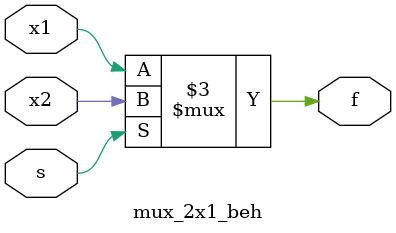
<source format=v>
`timescale 1ns / 1ps


module mux_2x1_beh(
    input x1,
    input x2,
    input s,
    output reg f // we have to use the word reg keyword since we have an always block
                // where the output will change
    );
    
    // need to create an always block
    always @(x1, x2, s) // whatever behaviour you are trying to describe will live in this block
    begin
        if (s)
        begin // think of BEGIN and END syntax as brackets from programming languages
           f = x2; 
        end
        else // you can also say else if
        begin
            f = x1;
        end 
    end
    
    /*
    case(s)
        1: f = x2;
        0: f = x1;
    endcase
    */
endmodule

</source>
